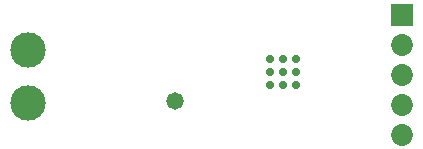
<source format=gbs>
G04*
G04 #@! TF.GenerationSoftware,Altium Limited,Altium Designer,23.8.1 (32)*
G04*
G04 Layer_Color=16711935*
%FSLAX44Y44*%
%MOMM*%
G71*
G04*
G04 #@! TF.SameCoordinates,74253FF4-D957-47BC-B6A2-51741DB418AF*
G04*
G04*
G04 #@! TF.FilePolarity,Negative*
G04*
G01*
G75*
%ADD28C,3.0032*%
%ADD29C,1.8532*%
%ADD30R,1.8532X1.8532*%
%ADD31C,1.4732*%
%ADD32C,0.7032*%
D28*
X22606Y100330D02*
D03*
Y55330D02*
D03*
D29*
X339330Y28575D02*
D03*
Y53975D02*
D03*
Y104775D02*
D03*
Y79375D02*
D03*
D30*
Y130175D02*
D03*
D31*
X147320Y57150D02*
D03*
D32*
X249680Y70160D02*
D03*
X238680D02*
D03*
X227680D02*
D03*
X249680Y81160D02*
D03*
X238680D02*
D03*
X227680D02*
D03*
X249680Y92160D02*
D03*
X238680D02*
D03*
X227680D02*
D03*
M02*

</source>
